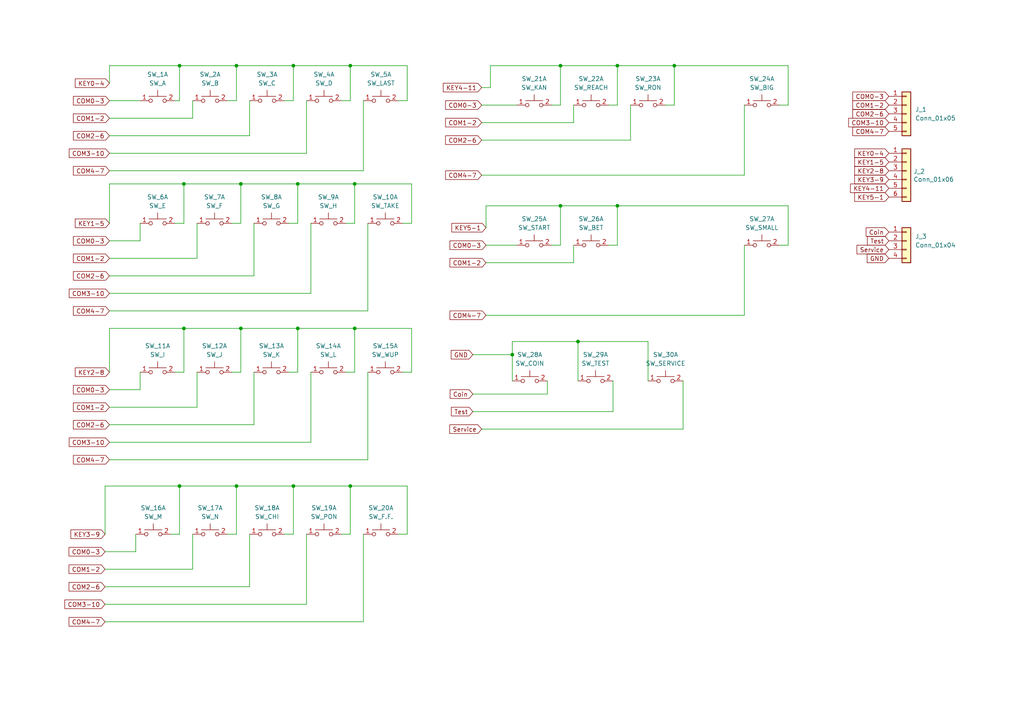
<source format=kicad_sch>
(kicad_sch (version 20211123) (generator eeschema)
  (paper "A4")
  (lib_symbols
    (symbol "Connector_Generic:Conn_01x04" (pin_names (offset 1.016) hide)
      (property "Reference" "J" (at 0 5.08 0))
      (property "Value" "Conn_01x04" (at 0 -7.62 0))
      (symbol "Conn_01x04_1_1"
        (rectangle (start -1.27 -4.953) (end 0 -5.207) (stroke (width 0.1524)))
        (rectangle (start -1.27 -2.413) (end 0 -2.667) (stroke (width 0.1524)))
        (rectangle (start -1.27 0.127) (end 0 -0.127) (stroke (width 0.1524)))
        (rectangle (start -1.27 2.667) (end 0 2.413) (stroke (width 0.1524)))
        (rectangle (start -1.27 3.81) (end 1.27 -6.35) (stroke (width 0.254)) (fill (type background)))
        (pin passive line (at -5.08 2.54 0) (length 3.81) (name "Pin_1") (number "1"))
        (pin passive line (at -5.08 0 0) (length 3.81) (name "Pin_2") (number "2"))
        (pin passive line (at -5.08 -2.54 0) (length 3.81) (name "Pin_3") (number "3"))
        (pin passive line (at -5.08 -5.08 0) (length 3.81) (name "Pin_4") (number "4"))
      )
    )
    (symbol "Connector_Generic:Conn_01x05" (pin_names (offset 1.016) hide)
      (property "Reference" "J" (at 0 7.62 0))
      (property "Value" "Conn_01x05" (at 0 -7.62 0))
      (symbol "Conn_01x05_1_1"
        (rectangle (start -1.27 -4.953) (end 0 -5.207) (stroke (width 0.1524)))
        (rectangle (start -1.27 -2.413) (end 0 -2.667) (stroke (width 0.1524)))
        (rectangle (start -1.27 0.127) (end 0 -0.127) (stroke (width 0.1524)))
        (rectangle (start -1.27 2.667) (end 0 2.413) (stroke (width 0.1524)))
        (rectangle (start -1.27 5.207) (end 0 4.953) (stroke (width 0.1524)))
        (rectangle (start -1.27 6.35) (end 1.27 -6.35) (stroke (width 0.254)) (fill (type background)))
        (pin passive line (at -5.08 5.08 0) (length 3.81) (name "Pin_1") (number "1"))
        (pin passive line (at -5.08 2.54 0) (length 3.81) (name "Pin_2") (number "2"))
        (pin passive line (at -5.08 0 0) (length 3.81) (name "Pin_3") (number "3"))
        (pin passive line (at -5.08 -2.54 0) (length 3.81) (name "Pin_4") (number "4"))
        (pin passive line (at -5.08 -5.08 0) (length 3.81) (name "Pin_5") (number "5"))
      )
    )
    (symbol "Connector_Generic:Conn_01x06" (pin_names (offset 1.016) hide)
      (property "Reference" "J" (at 0 7.62 0))
      (property "Value" "Conn_01x06" (at 0 -10.16 0))
      (symbol "Conn_01x06_1_1"
        (rectangle (start -1.27 -7.493) (end 0 -7.747) (stroke (width 0.1524)))
        (rectangle (start -1.27 -4.953) (end 0 -5.207) (stroke (width 0.1524)))
        (rectangle (start -1.27 -2.413) (end 0 -2.667) (stroke (width 0.1524)))
        (rectangle (start -1.27 0.127) (end 0 -0.127) (stroke (width 0.1524)))
        (rectangle (start -1.27 2.667) (end 0 2.413) (stroke (width 0.1524)))
        (rectangle (start -1.27 5.207) (end 0 4.953) (stroke (width 0.1524)))
        (rectangle (start -1.27 6.35) (end 1.27 -8.89) (stroke (width 0.254)) (fill (type background)))
        (pin passive line (at -5.08 5.08 0) (length 3.81) (name "Pin_1") (number "1"))
        (pin passive line (at -5.08 2.54 0) (length 3.81) (name "Pin_2") (number "2"))
        (pin passive line (at -5.08 0 0) (length 3.81) (name "Pin_3") (number "3"))
        (pin passive line (at -5.08 -2.54 0) (length 3.81) (name "Pin_4") (number "4"))
        (pin passive line (at -5.08 -5.08 0) (length 3.81) (name "Pin_5") (number "5"))
        (pin passive line (at -5.08 -7.62 0) (length 3.81) (name "Pin_6") (number "6"))
      )
    )
    (symbol "Switch:SW_Push_Dual_x2" (pin_names (offset 1.016) hide)
      (property "Reference" "SW" (at 1.27 2.54 0))
      (property "Value" "SW_Push_Dual_x2" (at 0 -1.524 0))
      (symbol "SW_Push_Dual_x2_0_1"
        (circle (center -2.032 0) (radius 0.508))
        (polyline (pts (xy 0 1.27) (xy 0 3.048)))
        (polyline (pts (xy 2.54 1.27) (xy -2.54 1.27)))
        (circle (center 2.032 0) (radius 0.508))
      )
      (symbol "SW_Push_Dual_x2_1_1"
        (pin passive line (at -5.08 0 0) (length 2.54) (name "C") (number "1"))
        (pin passive line (at 5.08 0 180) (length 2.54) (name "D") (number "2"))
      )
      (symbol "SW_Push_Dual_x2_2_1"
        (pin passive line (at -5.08 0 0) (length 2.54) (name "C") (number "3"))
        (pin passive line (at 5.08 0 180) (length 2.54) (name "D") (number "4"))
      )
    )
  )
  (junction (at 68.58 140.97))
  (junction (at 68.58 19.05))
  (junction (at 101.6 19.05))
  (junction (at 102.87 53.34))
  (junction (at 85.09 19.05))
  (junction (at 69.85 53.34))
  (junction (at 167.64 99.06))
  (junction (at 148.59 102.87))
  (junction (at 52.07 140.97))
  (junction (at 102.87 95.25))
  (junction (at 162.56 59.69))
  (junction (at 162.56 19.05))
  (junction (at 53.34 95.25))
  (junction (at 101.6 140.97))
  (junction (at 179.07 19.05))
  (junction (at 195.58 19.05))
  (junction (at 86.36 95.25))
  (junction (at 52.07 19.05))
  (junction (at 179.07 59.69))
  (junction (at 53.34 53.34))
  (junction (at 69.85 95.25))
  (junction (at 86.36 53.34))
  (junction (at 85.09 140.97))
  (wire (pts (xy 162.56 71.12) (xy 160.02 71.12)))
  (wire (pts (xy 86.36 53.34) (xy 86.36 64.77)))
  (wire (pts (xy 228.6 19.05) (xy 228.6 30.48)))
  (wire (pts (xy 31.75 128.27) (xy 90.17 128.27)))
  (wire (pts (xy 55.88 165.1) (xy 55.88 154.94)))
  (wire (pts (xy 31.75 39.37) (xy 72.39 39.37)))
  (wire (pts (xy 31.75 133.35) (xy 106.68 133.35)))
  (wire (pts (xy 57.15 118.11) (xy 57.15 107.95)))
  (wire (pts (xy 30.48 175.26) (xy 88.9 175.26)))
  (wire (pts (xy 162.56 59.69) (xy 179.07 59.69)))
  (wire (pts (xy 31.75 107.95) (xy 31.75 95.25)))
  (wire (pts (xy 166.37 76.2) (xy 166.37 71.12)))
  (wire (pts (xy 53.34 107.95) (xy 50.8 107.95)))
  (wire (pts (xy 31.75 95.25) (xy 53.34 95.25)))
  (wire (pts (xy 177.8 119.38) (xy 177.8 110.49)))
  (wire (pts (xy 40.64 113.03) (xy 40.64 107.95)))
  (wire (pts (xy 228.6 71.12) (xy 226.06 71.12)))
  (wire (pts (xy 101.6 140.97) (xy 118.11 140.97)))
  (wire (pts (xy 68.58 19.05) (xy 85.09 19.05)))
  (wire (pts (xy 68.58 140.97) (xy 85.09 140.97)))
  (wire (pts (xy 53.34 95.25) (xy 69.85 95.25)))
  (wire (pts (xy 215.9 50.8) (xy 215.9 30.48)))
  (wire (pts (xy 137.16 102.87) (xy 148.59 102.87)))
  (wire (pts (xy 90.17 85.09) (xy 90.17 64.77)))
  (wire (pts (xy 148.59 102.87) (xy 148.59 110.49)))
  (wire (pts (xy 142.24 25.4) (xy 142.24 19.05)))
  (wire (pts (xy 40.64 69.85) (xy 40.64 64.77)))
  (wire (pts (xy 101.6 19.05) (xy 118.11 19.05)))
  (wire (pts (xy 140.97 76.2) (xy 166.37 76.2)))
  (wire (pts (xy 102.87 95.25) (xy 102.87 107.95)))
  (wire (pts (xy 182.88 40.64) (xy 182.88 30.48)))
  (wire (pts (xy 50.8 29.21) (xy 52.07 29.21)))
  (wire (pts (xy 85.09 19.05) (xy 101.6 19.05)))
  (wire (pts (xy 86.36 95.25) (xy 102.87 95.25)))
  (wire (pts (xy 68.58 19.05) (xy 68.58 29.21)))
  (wire (pts (xy 31.75 113.03) (xy 40.64 113.03)))
  (wire (pts (xy 31.75 49.53) (xy 105.41 49.53)))
  (wire (pts (xy 101.6 154.94) (xy 99.06 154.94)))
  (wire (pts (xy 166.37 35.56) (xy 166.37 30.48)))
  (wire (pts (xy 82.55 29.21) (xy 85.09 29.21)))
  (wire (pts (xy 139.7 30.48) (xy 149.86 30.48)))
  (wire (pts (xy 140.97 66.04) (xy 140.97 59.69)))
  (wire (pts (xy 31.75 80.01) (xy 73.66 80.01)))
  (wire (pts (xy 31.75 85.09) (xy 90.17 85.09)))
  (wire (pts (xy 158.75 110.49) (xy 158.75 114.3)))
  (wire (pts (xy 53.34 53.34) (xy 69.85 53.34)))
  (wire (pts (xy 179.07 59.69) (xy 228.6 59.69)))
  (wire (pts (xy 31.75 118.11) (xy 57.15 118.11)))
  (wire (pts (xy 30.48 160.02) (xy 39.37 160.02)))
  (wire (pts (xy 226.06 30.48) (xy 228.6 30.48)))
  (wire (pts (xy 106.68 90.17) (xy 106.68 64.77)))
  (wire (pts (xy 52.07 154.94) (xy 49.53 154.94)))
  (wire (pts (xy 68.58 154.94) (xy 66.04 154.94)))
  (wire (pts (xy 57.15 74.93) (xy 57.15 64.77)))
  (wire (pts (xy 69.85 95.25) (xy 86.36 95.25)))
  (wire (pts (xy 67.31 107.95) (xy 69.85 107.95)))
  (wire (pts (xy 102.87 64.77) (xy 100.33 64.77)))
  (wire (pts (xy 53.34 64.77) (xy 50.8 64.77)))
  (wire (pts (xy 118.11 140.97) (xy 118.11 154.94)))
  (wire (pts (xy 187.96 99.06) (xy 187.96 110.49)))
  (wire (pts (xy 167.64 99.06) (xy 167.64 110.49)))
  (wire (pts (xy 162.56 59.69) (xy 162.56 71.12)))
  (wire (pts (xy 52.07 140.97) (xy 68.58 140.97)))
  (wire (pts (xy 140.97 59.69) (xy 162.56 59.69)))
  (wire (pts (xy 30.48 170.18) (xy 72.39 170.18)))
  (wire (pts (xy 106.68 133.35) (xy 106.68 107.95)))
  (wire (pts (xy 162.56 19.05) (xy 162.56 30.48)))
  (wire (pts (xy 176.53 30.48) (xy 179.07 30.48)))
  (wire (pts (xy 31.75 90.17) (xy 106.68 90.17)))
  (wire (pts (xy 31.75 64.77) (xy 31.75 53.34)))
  (wire (pts (xy 39.37 160.02) (xy 39.37 154.94)))
  (wire (pts (xy 31.75 24.13) (xy 31.75 19.05)))
  (wire (pts (xy 31.75 29.21) (xy 40.64 29.21)))
  (wire (pts (xy 99.06 29.21) (xy 101.6 29.21)))
  (wire (pts (xy 167.64 99.06) (xy 187.96 99.06)))
  (wire (pts (xy 83.82 107.95) (xy 86.36 107.95)))
  (wire (pts (xy 179.07 19.05) (xy 179.07 30.48)))
  (wire (pts (xy 52.07 19.05) (xy 52.07 29.21)))
  (wire (pts (xy 72.39 170.18) (xy 72.39 154.94)))
  (wire (pts (xy 100.33 107.95) (xy 102.87 107.95)))
  (wire (pts (xy 119.38 107.95) (xy 116.84 107.95)))
  (wire (pts (xy 119.38 53.34) (xy 119.38 64.77)))
  (wire (pts (xy 140.97 71.12) (xy 149.86 71.12)))
  (wire (pts (xy 30.48 180.34) (xy 105.41 180.34)))
  (wire (pts (xy 73.66 80.01) (xy 73.66 64.77)))
  (wire (pts (xy 215.9 91.44) (xy 215.9 71.12)))
  (wire (pts (xy 105.41 180.34) (xy 105.41 154.94)))
  (wire (pts (xy 66.04 29.21) (xy 68.58 29.21)))
  (wire (pts (xy 140.97 91.44) (xy 215.9 91.44)))
  (wire (pts (xy 139.7 25.4) (xy 142.24 25.4)))
  (wire (pts (xy 31.75 123.19) (xy 73.66 123.19)))
  (wire (pts (xy 195.58 19.05) (xy 195.58 30.48)))
  (wire (pts (xy 55.88 29.21) (xy 55.88 34.29)))
  (wire (pts (xy 162.56 30.48) (xy 160.02 30.48)))
  (wire (pts (xy 53.34 95.25) (xy 53.34 107.95)))
  (wire (pts (xy 72.39 29.21) (xy 72.39 39.37)))
  (wire (pts (xy 73.66 123.19) (xy 73.66 107.95)))
  (wire (pts (xy 88.9 175.26) (xy 88.9 154.94)))
  (wire (pts (xy 31.75 74.93) (xy 57.15 74.93)))
  (wire (pts (xy 118.11 154.94) (xy 115.57 154.94)))
  (wire (pts (xy 30.48 140.97) (xy 52.07 140.97)))
  (wire (pts (xy 137.16 119.38) (xy 177.8 119.38)))
  (wire (pts (xy 102.87 95.25) (xy 119.38 95.25)))
  (wire (pts (xy 86.36 53.34) (xy 102.87 53.34)))
  (wire (pts (xy 86.36 95.25) (xy 86.36 107.95)))
  (wire (pts (xy 139.7 50.8) (xy 215.9 50.8)))
  (wire (pts (xy 69.85 95.25) (xy 69.85 107.95)))
  (wire (pts (xy 85.09 140.97) (xy 101.6 140.97)))
  (wire (pts (xy 118.11 29.21) (xy 115.57 29.21)))
  (wire (pts (xy 90.17 128.27) (xy 90.17 107.95)))
  (wire (pts (xy 179.07 19.05) (xy 195.58 19.05)))
  (wire (pts (xy 101.6 19.05) (xy 101.6 29.21)))
  (wire (pts (xy 69.85 64.77) (xy 67.31 64.77)))
  (wire (pts (xy 31.75 69.85) (xy 40.64 69.85)))
  (wire (pts (xy 68.58 140.97) (xy 68.58 154.94)))
  (wire (pts (xy 85.09 140.97) (xy 85.09 154.94)))
  (wire (pts (xy 119.38 95.25) (xy 119.38 107.95)))
  (wire (pts (xy 85.09 19.05) (xy 85.09 29.21)))
  (wire (pts (xy 30.48 165.1) (xy 55.88 165.1)))
  (wire (pts (xy 102.87 53.34) (xy 102.87 64.77)))
  (wire (pts (xy 139.7 40.64) (xy 182.88 40.64)))
  (wire (pts (xy 116.84 64.77) (xy 119.38 64.77)))
  (wire (pts (xy 179.07 59.69) (xy 179.07 71.12)))
  (wire (pts (xy 118.11 19.05) (xy 118.11 29.21)))
  (wire (pts (xy 105.41 49.53) (xy 105.41 29.21)))
  (wire (pts (xy 198.12 124.46) (xy 198.12 110.49)))
  (wire (pts (xy 30.48 154.94) (xy 30.48 140.97)))
  (wire (pts (xy 195.58 19.05) (xy 228.6 19.05)))
  (wire (pts (xy 139.7 35.56) (xy 166.37 35.56)))
  (wire (pts (xy 82.55 154.94) (xy 85.09 154.94)))
  (wire (pts (xy 101.6 140.97) (xy 101.6 154.94)))
  (wire (pts (xy 148.59 99.06) (xy 167.64 99.06)))
  (wire (pts (xy 53.34 53.34) (xy 53.34 64.77)))
  (wire (pts (xy 86.36 64.77) (xy 83.82 64.77)))
  (wire (pts (xy 88.9 44.45) (xy 88.9 29.21)))
  (wire (pts (xy 31.75 53.34) (xy 53.34 53.34)))
  (wire (pts (xy 148.59 102.87) (xy 148.59 99.06)))
  (wire (pts (xy 139.7 124.46) (xy 198.12 124.46)))
  (wire (pts (xy 31.75 19.05) (xy 52.07 19.05)))
  (wire (pts (xy 31.75 44.45) (xy 88.9 44.45)))
  (wire (pts (xy 137.16 114.3) (xy 158.75 114.3)))
  (wire (pts (xy 102.87 53.34) (xy 119.38 53.34)))
  (wire (pts (xy 69.85 53.34) (xy 69.85 64.77)))
  (wire (pts (xy 142.24 19.05) (xy 162.56 19.05)))
  (wire (pts (xy 176.53 71.12) (xy 179.07 71.12)))
  (wire (pts (xy 193.04 30.48) (xy 195.58 30.48)))
  (wire (pts (xy 228.6 59.69) (xy 228.6 71.12)))
  (wire (pts (xy 69.85 53.34) (xy 86.36 53.34)))
  (wire (pts (xy 162.56 19.05) (xy 179.07 19.05)))
  (wire (pts (xy 52.07 140.97) (xy 52.07 154.94)))
  (wire (pts (xy 31.75 34.29) (xy 55.88 34.29)))
  (wire (pts (xy 52.07 19.05) (xy 68.58 19.05)))
  (global_label "Coin" (shape input) (at 257.81 67.31 180) (property "Intersheet References" "${INTERSHEET_REFS}" (effects hide)))
  (global_label "COM3-10" (shape input) (at 31.75 85.09 180) (property "Intersheet References" "${INTERSHEET_REFS}" (effects hide)))
  (global_label "COM4-7" (shape input) (at 31.75 90.17 180) (property "Intersheet References" "${INTERSHEET_REFS}" (effects hide)))
  (global_label "KEY2-8" (shape input) (at 257.81 49.53 180) (property "Intersheet References" "${INTERSHEET_REFS}" (effects hide)))
  (global_label "COM0-3" (shape input) (at 31.75 69.85 180) (property "Intersheet References" "${INTERSHEET_REFS}" (effects hide)))
  (global_label "COM1-2" (shape input) (at 31.75 34.29 180) (property "Intersheet References" "${INTERSHEET_REFS}" (effects hide)))
  (global_label "COM4-7" (shape input) (at 257.81 38.1 180) (property "Intersheet References" "${INTERSHEET_REFS}" (effects hide)))
  (global_label "KEY2-8" (shape input) (at 31.75 107.95 180) (property "Intersheet References" "${INTERSHEET_REFS}" (effects hide)))
  (global_label "COM1-2" (shape input) (at 30.48 165.1 180) (property "Intersheet References" "${INTERSHEET_REFS}" (effects hide)))
  (global_label "COM1-2" (shape input) (at 31.75 118.11 180) (property "Intersheet References" "${INTERSHEET_REFS}" (effects hide)))
  (global_label "COM2-6" (shape input) (at 31.75 123.19 180) (property "Intersheet References" "${INTERSHEET_REFS}" (effects hide)))
  (global_label "COM1-2" (shape input) (at 31.75 74.93 180) (property "Intersheet References" "${INTERSHEET_REFS}" (effects hide)))
  (global_label "COM4-7" (shape input) (at 30.48 180.34 180) (property "Intersheet References" "${INTERSHEET_REFS}" (effects hide)))
  (global_label "KEY1-5" (shape input) (at 31.75 64.77 180) (property "Intersheet References" "${INTERSHEET_REFS}" (effects hide)))
  (global_label "COM1-2" (shape input) (at 139.7 35.56 180) (property "Intersheet References" "${INTERSHEET_REFS}" (effects hide)))
  (global_label "COM1-2" (shape input) (at 140.97 76.2 180) (property "Intersheet References" "${INTERSHEET_REFS}" (effects hide)))
  (global_label "COM2-6" (shape input) (at 139.7 40.64 180) (property "Intersheet References" "${INTERSHEET_REFS}" (effects hide)))
  (global_label "COM4-7" (shape input) (at 139.7 50.8 180) (property "Intersheet References" "${INTERSHEET_REFS}" (effects hide)))
  (global_label "COM2-6" (shape input) (at 31.75 39.37 180) (property "Intersheet References" "${INTERSHEET_REFS}" (effects hide)))
  (global_label "KEY1-5" (shape input) (at 257.81 46.99 180) (property "Intersheet References" "${INTERSHEET_REFS}" (effects hide)))
  (global_label "COM0-3" (shape input) (at 139.7 30.48 180) (property "Intersheet References" "${INTERSHEET_REFS}" (effects hide)))
  (global_label "KEY4-11" (shape input) (at 257.81 54.61 180) (property "Intersheet References" "${INTERSHEET_REFS}" (effects hide)))
  (global_label "COM4-7" (shape input) (at 31.75 49.53 180) (property "Intersheet References" "${INTERSHEET_REFS}" (effects hide)))
  (global_label "Test" (shape input) (at 257.81 69.85 180) (property "Intersheet References" "${INTERSHEET_REFS}" (effects hide)))
  (global_label "Service" (shape input) (at 257.81 72.39 180) (property "Intersheet References" "${INTERSHEET_REFS}" (effects hide)))
  (global_label "KEY0-4" (shape input) (at 31.75 24.13 180) (property "Intersheet References" "${INTERSHEET_REFS}" (effects hide)))
  (global_label "COM2-6" (shape input) (at 30.48 170.18 180) (property "Intersheet References" "${INTERSHEET_REFS}" (effects hide)))
  (global_label "Coin" (shape input) (at 137.16 114.3 180) (property "Intersheet References" "${INTERSHEET_REFS}" (effects hide)))
  (global_label "COM2-6" (shape input) (at 31.75 80.01 180) (property "Intersheet References" "${INTERSHEET_REFS}" (effects hide)))
  (global_label "KEY0-4" (shape input) (at 257.81 44.45 180) (property "Intersheet References" "${INTERSHEET_REFS}" (effects hide)))
  (global_label "Test" (shape input) (at 137.16 119.38 180) (property "Intersheet References" "${INTERSHEET_REFS}" (effects hide)))
  (global_label "KEY5-1" (shape input) (at 257.81 57.15 180) (property "Intersheet References" "${INTERSHEET_REFS}" (effects hide)))
  (global_label "COM0-3" (shape input) (at 31.75 113.03 180) (property "Intersheet References" "${INTERSHEET_REFS}" (effects hide)))
  (global_label "GND" (shape input) (at 137.16 102.87 180) (property "Intersheet References" "${INTERSHEET_REFS}" (effects hide)))
  (global_label "COM4-7" (shape input) (at 140.97 91.44 180) (property "Intersheet References" "${INTERSHEET_REFS}" (effects hide)))
  (global_label "KEY3-9" (shape input) (at 257.81 52.07 180) (property "Intersheet References" "${INTERSHEET_REFS}" (effects hide)))
  (global_label "COM3-10" (shape input) (at 31.75 44.45 180) (property "Intersheet References" "${INTERSHEET_REFS}" (effects hide)))
  (global_label "COM2-6" (shape input) (at 257.81 33.02 180) (property "Intersheet References" "${INTERSHEET_REFS}" (effects hide)))
  (global_label "COM0-3" (shape input) (at 257.81 27.94 180) (property "Intersheet References" "${INTERSHEET_REFS}" (effects hide)))
  (global_label "COM0-3" (shape input) (at 31.75 29.21 180) (property "Intersheet References" "${INTERSHEET_REFS}" (effects hide)))
  (global_label "KEY5-1" (shape input) (at 140.97 66.04 180) (property "Intersheet References" "${INTERSHEET_REFS}" (effects hide)))
  (global_label "COM3-10" (shape input) (at 31.75 128.27 180) (property "Intersheet References" "${INTERSHEET_REFS}" (effects hide)))
  (global_label "COM1-2" (shape input) (at 257.81 30.48 180) (property "Intersheet References" "${INTERSHEET_REFS}" (effects hide)))
  (global_label "KEY3-9" (shape input) (at 30.48 154.94 180) (property "Intersheet References" "${INTERSHEET_REFS}" (effects hide)))
  (global_label "COM4-7" (shape input) (at 31.75 133.35 180) (property "Intersheet References" "${INTERSHEET_REFS}" (effects hide)))
  (global_label "COM3-10" (shape input) (at 257.81 35.56 180) (property "Intersheet References" "${INTERSHEET_REFS}" (effects hide)))
  (global_label "COM0-3" (shape input) (at 140.97 71.12 180) (property "Intersheet References" "${INTERSHEET_REFS}" (effects hide)))
  (global_label "Service" (shape input) (at 139.7 124.46 180) (property "Intersheet References" "${INTERSHEET_REFS}" (effects hide)))
  (global_label "COM0-3" (shape input) (at 30.48 160.02 180) (property "Intersheet References" "${INTERSHEET_REFS}" (effects hide)))
  (global_label "GND" (shape input) (at 257.81 74.93 180) (property "Intersheet References" "${INTERSHEET_REFS}" (effects hide)))
  (global_label "KEY4-11" (shape input) (at 139.7 25.4 180) (property "Intersheet References" "${INTERSHEET_REFS}" (effects hide)))
  (global_label "COM3-10" (shape input) (at 30.48 175.26 180) (property "Intersheet References" "${INTERSHEET_REFS}" (effects hide)))
  (symbol (lib_id "Switch:SW_Push_Dual_x2") (at 154.94 71.12 0) (unit 1)
    (property "Reference" "SW_25" (at 154.94 63.5 0))
    (property "Value" "SW_START" (at 154.94 66.04 0))
    (property "Footprint" "Button_Switch_THT:SW_PUSH-12mm" (effects hide))
  )
  (symbol (lib_id "Switch:SW_Push_Dual_x2") (at 60.96 29.21 0) (unit 1)
    (property "Reference" "SW_2" (at 60.96 21.59 0))
    (property "Value" "SW_B" (at 60.96 24.13 0))
    (property "Footprint" "Button_Switch_THT:SW_PUSH-12mm" (effects hide))
  )
  (symbol (lib_id "Switch:SW_Push_Dual_x2") (at 45.72 64.77 0) (unit 1)
    (property "Reference" "SW_6" (at 45.72 57.15 0))
    (property "Value" "SW_E" (at 45.72 59.69 0))
    (property "Footprint" "Button_Switch_THT:SW_PUSH-12mm" (effects hide))
  )
  (symbol (lib_id "Switch:SW_Push_Dual_x2") (at 77.47 29.21 0) (unit 1)
    (property "Reference" "SW_3" (at 77.47 21.59 0))
    (property "Value" "SW_C" (at 77.47 24.13 0))
    (property "Footprint" "Button_Switch_THT:SW_PUSH-12mm" (effects hide))
  )
  (symbol (lib_id "Switch:SW_Push_Dual_x2") (at 153.67 110.49 0) (unit 1)
    (property "Reference" "SW_28" (at 153.67 102.87 0))
    (property "Value" "SW_COIN" (at 153.67 105.41 0))
    (property "Footprint" "Button_Switch_THT:SW_PUSH_6mm_H7.3mm" (effects hide))
  )
  (symbol (lib_id "Switch:SW_Push_Dual_x2") (at 110.49 29.21 0) (unit 1)
    (property "Reference" "SW_5" (at 110.49 21.59 0))
    (property "Value" "SW_LAST" (at 110.49 24.13 0))
    (property "Footprint" "Button_Switch_THT:SW_PUSH-12mm" (effects hide))
  )
  (symbol (lib_id "Switch:SW_Push_Dual_x2") (at 62.23 107.95 0) (unit 1)
    (property "Reference" "SW_12" (at 62.23 100.33 0))
    (property "Value" "SW_J" (at 62.23 102.87 0))
    (property "Footprint" "Button_Switch_THT:SW_PUSH-12mm" (effects hide))
  )
  (symbol (lib_id "Switch:SW_Push_Dual_x2") (at 93.98 29.21 0) (unit 1)
    (property "Reference" "SW_4" (at 93.98 21.59 0))
    (property "Value" "SW_D" (at 93.98 24.13 0))
    (property "Footprint" "Button_Switch_THT:SW_PUSH-12mm" (effects hide))
  )
  (symbol (lib_id "Switch:SW_Push_Dual_x2") (at 172.72 110.49 0) (unit 1)
    (property "Reference" "SW_29" (at 172.72 102.87 0))
    (property "Value" "SW_TEST" (at 172.72 105.41 0))
    (property "Footprint" "Button_Switch_THT:SW_PUSH_6mm_H7.3mm" (effects hide))
  )
  (symbol (lib_id "Connector_Generic:Conn_01x06") (at 262.89 49.53 0) (unit 1)
    (property "Reference" "J_2" (at 264.922 49.7332 0) (effects (justify left)))
    (property "Value" "Conn_01x06" (at 264.922 52.0446 0) (effects (justify left)))
    (property "Footprint" "Connector_JST:JST_XH_B6B-XH-AM_1x06_P2.50mm_Vertical" (effects hide))
  )
  (symbol (lib_id "Switch:SW_Push_Dual_x2") (at 45.72 29.21 0) (unit 1)
    (property "Reference" "SW_1" (at 45.72 21.59 0))
    (property "Value" "SW_A" (at 45.72 24.13 0))
    (property "Footprint" "Button_Switch_THT:SW_PUSH-12mm" (effects hide))
  )
  (symbol (lib_id "Switch:SW_Push_Dual_x2") (at 62.23 64.77 0) (unit 1)
    (property "Reference" "SW_7" (at 62.23 57.15 0))
    (property "Value" "SW_F" (at 62.23 59.69 0))
    (property "Footprint" "Button_Switch_THT:SW_PUSH-12mm" (effects hide))
  )
  (symbol (lib_id "Switch:SW_Push_Dual_x2") (at 111.76 64.77 0) (unit 1)
    (property "Reference" "SW_10" (at 111.76 57.15 0))
    (property "Value" "SW_TAKE" (at 111.76 59.69 0))
    (property "Footprint" "Button_Switch_THT:SW_PUSH-12mm" (effects hide))
  )
  (symbol (lib_id "Switch:SW_Push_Dual_x2") (at 95.25 64.77 0) (unit 1)
    (property "Reference" "SW_9" (at 95.25 57.15 0))
    (property "Value" "SW_H" (at 95.25 59.69 0))
    (property "Footprint" "Button_Switch_THT:SW_PUSH-12mm" (effects hide))
  )
  (symbol (lib_id "Switch:SW_Push_Dual_x2") (at 220.98 71.12 0) (unit 1)
    (property "Reference" "SW_27" (at 220.98 63.5 0))
    (property "Value" "SW_SMALL" (at 220.98 66.04 0))
    (property "Footprint" "Button_Switch_THT:SW_PUSH-12mm" (effects hide))
  )
  (symbol (lib_id "Switch:SW_Push_Dual_x2") (at 45.72 107.95 0) (unit 1)
    (property "Reference" "SW_11" (at 45.72 100.33 0))
    (property "Value" "SW_I" (at 45.72 102.87 0))
    (property "Footprint" "Button_Switch_THT:SW_PUSH-12mm" (effects hide))
  )
  (symbol (lib_id "Switch:SW_Push_Dual_x2") (at 95.25 107.95 0) (unit 1)
    (property "Reference" "SW_14" (at 95.25 100.33 0))
    (property "Value" "SW_L" (at 95.25 102.87 0))
    (property "Footprint" "Button_Switch_THT:SW_PUSH-12mm" (effects hide))
  )
  (symbol (lib_id "Switch:SW_Push_Dual_x2") (at 193.04 110.49 0) (unit 1)
    (property "Reference" "SW_30" (at 193.04 102.87 0))
    (property "Value" "SW_SERVICE" (at 193.04 105.41 0))
    (property "Footprint" "Button_Switch_THT:SW_PUSH_6mm_H7.3mm" (effects hide))
  )
  (symbol (lib_id "Switch:SW_Push_Dual_x2") (at 44.45 154.94 0) (unit 1)
    (property "Reference" "SW_16" (at 44.45 147.32 0))
    (property "Value" "SW_M" (at 44.45 149.86 0))
    (property "Footprint" "Button_Switch_THT:SW_PUSH-12mm" (effects hide))
  )
  (symbol (lib_id "Switch:SW_Push_Dual_x2") (at 171.45 71.12 0) (unit 1)
    (property "Reference" "SW_26" (at 171.45 63.5 0))
    (property "Value" "SW_BET" (at 171.45 66.04 0))
    (property "Footprint" "Button_Switch_THT:SW_PUSH-12mm" (effects hide))
  )
  (symbol (lib_id "Switch:SW_Push_Dual_x2") (at 77.47 154.94 0) (unit 1)
    (property "Reference" "SW_18" (at 77.47 147.32 0))
    (property "Value" "SW_CHI" (at 77.47 149.86 0))
    (property "Footprint" "Button_Switch_THT:SW_PUSH-12mm" (effects hide))
  )
  (symbol (lib_id "Switch:SW_Push_Dual_x2") (at 78.74 64.77 0) (unit 1)
    (property "Reference" "SW_8" (at 78.74 57.15 0))
    (property "Value" "SW_G" (at 78.74 59.69 0))
    (property "Footprint" "Button_Switch_THT:SW_PUSH-12mm" (effects hide))
  )
  (symbol (lib_id "Connector_Generic:Conn_01x04") (at 262.89 69.85 0) (unit 1)
    (property "Reference" "J_3" (at 265.43 68.5799 0) (effects (justify left)))
    (property "Value" "Conn_01x04" (at 265.43 71.1199 0) (effects (justify left)))
    (property "Footprint" "Connector_JST:JST_XH_B4B-XH-AM_1x04_P2.50mm_Vertical" (effects hide))
  )
  (symbol (lib_id "Switch:SW_Push_Dual_x2") (at 187.96 30.48 0) (unit 1)
    (property "Reference" "SW_23" (at 187.96 22.86 0))
    (property "Value" "SW_RON" (at 187.96 25.4 0))
    (property "Footprint" "Button_Switch_THT:SW_PUSH-12mm" (effects hide))
  )
  (symbol (lib_id "Switch:SW_Push_Dual_x2") (at 111.76 107.95 0) (unit 1)
    (property "Reference" "SW_15" (at 111.76 100.33 0))
    (property "Value" "SW_WUP" (at 111.76 102.87 0))
    (property "Footprint" "Button_Switch_THT:SW_PUSH-12mm" (effects hide))
  )
  (symbol (lib_id "Switch:SW_Push_Dual_x2") (at 60.96 154.94 0) (unit 1)
    (property "Reference" "SW_17" (at 60.96 147.32 0))
    (property "Value" "SW_N" (at 60.96 149.86 0))
    (property "Footprint" "Button_Switch_THT:SW_PUSH-12mm" (effects hide))
  )
  (symbol (lib_id "Switch:SW_Push_Dual_x2") (at 93.98 154.94 0) (unit 1)
    (property "Reference" "SW_19" (at 93.98 147.32 0))
    (property "Value" "SW_PON" (at 93.98 149.86 0))
    (property "Footprint" "Button_Switch_THT:SW_PUSH-12mm" (effects hide))
  )
  (symbol (lib_id "Switch:SW_Push_Dual_x2") (at 171.45 30.48 0) (unit 1)
    (property "Reference" "SW_22" (at 171.45 22.86 0))
    (property "Value" "SW_REACH" (at 171.45 25.4 0))
    (property "Footprint" "Button_Switch_THT:SW_PUSH-12mm" (effects hide))
  )
  (symbol (lib_id "Connector_Generic:Conn_01x05") (at 262.89 33.02 0) (unit 1)
    (property "Reference" "J_1" (at 265.43 31.7499 0) (effects (justify left)))
    (property "Value" "Conn_01x05" (at 265.43 34.2899 0) (effects (justify left)))
    (property "Footprint" "Connector_JST:JST_XH_B5B-XH-AM_1x05_P2.50mm_Vertical" (effects hide))
  )
  (symbol (lib_id "Switch:SW_Push_Dual_x2") (at 220.98 30.48 0) (unit 1)
    (property "Reference" "SW_24" (at 220.98 22.86 0))
    (property "Value" "SW_BIG" (at 220.98 25.4 0))
    (property "Footprint" "Button_Switch_THT:SW_PUSH-12mm" (effects hide))
  )
  (symbol (lib_id "Switch:SW_Push_Dual_x2") (at 78.74 107.95 0) (unit 1)
    (property "Reference" "SW_13" (at 78.74 100.33 0))
    (property "Value" "SW_K" (at 78.74 102.87 0))
    (property "Footprint" "Button_Switch_THT:SW_PUSH-12mm" (effects hide))
  )
  (symbol (lib_id "Switch:SW_Push_Dual_x2") (at 110.49 154.94 0) (unit 1)
    (property "Reference" "SW_20" (at 110.49 147.32 0))
    (property "Value" "SW_F.F." (at 110.49 149.86 0))
    (property "Footprint" "Button_Switch_THT:SW_PUSH-12mm" (effects hide))
  )
  (symbol (lib_id "Switch:SW_Push_Dual_x2") (at 154.94 30.48 0) (unit 1)
    (property "Reference" "SW_21" (at 154.94 22.86 0))
    (property "Value" "SW_KAN" (at 154.94 25.4 0))
    (property "Footprint" "Button_Switch_THT:SW_PUSH-12mm" (effects hide))
  )
)
</source>
